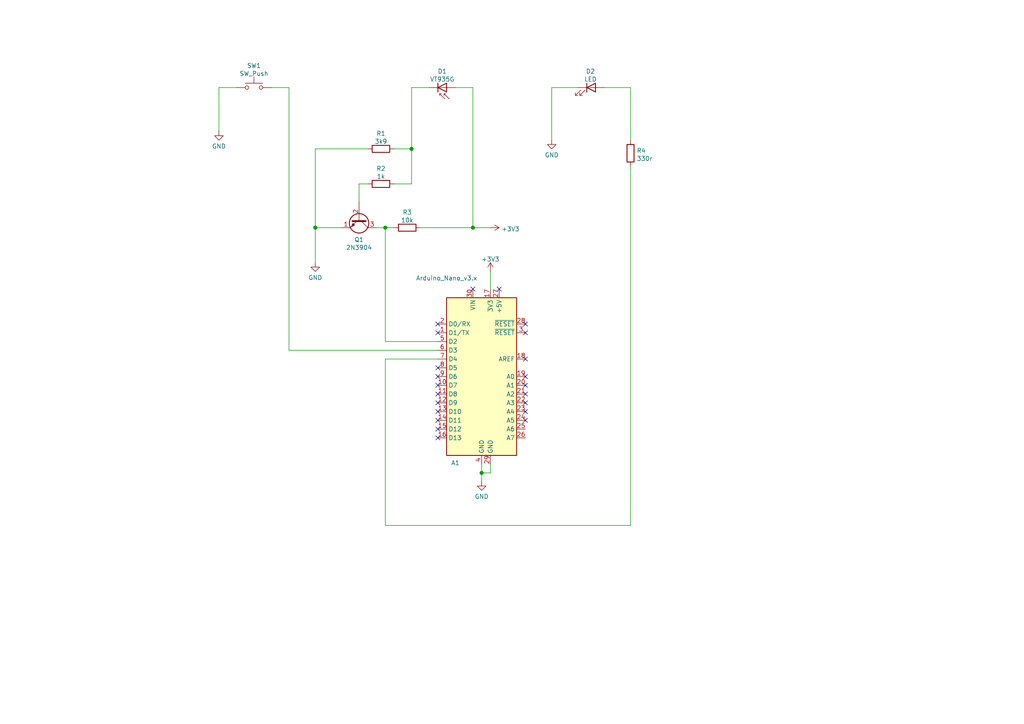
<source format=kicad_sch>
(kicad_sch (version 20210406) (generator eeschema)
  (paper "A4")
  (lib_symbols
    (symbol "Device:D_Photo" (pin_numbers hide) (pin_names hide)
      (property "Reference" "D" (at 0.508 1.778 0))
      (property "Value" "D_Photo" (at -1.016 -2.794 0))
      (symbol "D_Photo_0_1"
        (polyline (pts (xy -2.54 1.27) (xy -2.54 -1.27)) (stroke (width 0.254)))
        (polyline (pts (xy -2.032 1.778) (xy -1.524 1.778)))
        (polyline (pts (xy 0 0) (xy -2.54 0)))
        (polyline (pts (xy -0.508 3.302) (xy -2.032 1.778) (xy -2.032 2.286)))
        (polyline (pts (xy 0 -1.27) (xy 0 1.27) (xy -2.54 0) (xy 0 -1.27)) (stroke (width 0.254)))
        (polyline (pts (xy 0.762 3.302) (xy -0.762 1.778) (xy -0.762 2.286) (xy -0.762 1.778) (xy -0.254 1.778)))
      )
      (symbol "D_Photo_1_1"
        (pin passive line (at -5.08 0 0) (length 2.54) (name "K") (number "1"))
        (pin passive line (at 2.54 0 180) (length 2.54) (name "A") (number "2"))
      )
    )
    (symbol "Device:LED" (pin_numbers hide) (pin_names (offset 1.016) hide)
      (property "Reference" "D" (at 0 2.54 0))
      (property "Value" "LED" (at 0 -2.54 0))
      (symbol "LED_0_1"
        (polyline (pts (xy -1.27 -1.27) (xy -1.27 1.27)) (stroke (width 0.254)))
        (polyline (pts (xy -1.27 0) (xy 1.27 0)))
        (polyline (pts (xy 1.27 -1.27) (xy 1.27 1.27) (xy -1.27 0) (xy 1.27 -1.27)) (stroke (width 0.254)))
        (polyline (pts (xy -3.048 -0.762) (xy -4.572 -2.286) (xy -3.81 -2.286) (xy -4.572 -2.286) (xy -4.572 -1.524)))
        (polyline (pts (xy -1.778 -0.762) (xy -3.302 -2.286) (xy -2.54 -2.286) (xy -3.302 -2.286) (xy -3.302 -1.524)))
      )
      (symbol "LED_1_1"
        (pin passive line (at -3.81 0 0) (length 2.54) (name "K") (number "1"))
        (pin passive line (at 3.81 0 180) (length 2.54) (name "A") (number "2"))
      )
    )
    (symbol "Device:R" (pin_numbers hide) (pin_names (offset 0))
      (property "Reference" "R" (at 2.032 0 90))
      (property "Value" "R" (at 0 0 90))
      (symbol "R_0_1"
        (rectangle (start -1.016 -2.54) (end 1.016 2.54) (stroke (width 0.254)))
      )
      (symbol "R_1_1"
        (pin passive line (at 0 3.81 270) (length 1.27) (name "~") (number "1"))
        (pin passive line (at 0 -3.81 90) (length 1.27) (name "~") (number "2"))
      )
    )
    (symbol "MCU_Module:Arduino_Nano_v3.x"
      (property "Reference" "A" (at -10.16 23.495 0))
      (property "Value" "Arduino_Nano_v3.x" (at 5.08 -24.13 0))
      (symbol "Arduino_Nano_v3.x_0_1"
        (rectangle (start -10.16 22.86) (end 10.16 -22.86) (stroke (width 0.254)) (fill (type background)))
      )
      (symbol "Arduino_Nano_v3.x_1_1"
        (pin bidirectional line (at -12.7 12.7 0) (length 2.54) (name "D1/TX") (number "1"))
        (pin bidirectional line (at -12.7 -2.54 0) (length 2.54) (name "D7") (number "10"))
        (pin bidirectional line (at -12.7 -5.08 0) (length 2.54) (name "D8") (number "11"))
        (pin bidirectional line (at -12.7 -7.62 0) (length 2.54) (name "D9") (number "12"))
        (pin bidirectional line (at -12.7 -10.16 0) (length 2.54) (name "D10") (number "13"))
        (pin bidirectional line (at -12.7 -12.7 0) (length 2.54) (name "D11") (number "14"))
        (pin bidirectional line (at -12.7 -15.24 0) (length 2.54) (name "D12") (number "15"))
        (pin bidirectional line (at -12.7 -17.78 0) (length 2.54) (name "D13") (number "16"))
        (pin power_out line (at 2.54 25.4 270) (length 2.54) (name "3V3") (number "17"))
        (pin input line (at 12.7 5.08 180) (length 2.54) (name "AREF") (number "18"))
        (pin bidirectional line (at 12.7 0 180) (length 2.54) (name "A0") (number "19"))
        (pin bidirectional line (at -12.7 15.24 0) (length 2.54) (name "D0/RX") (number "2"))
        (pin bidirectional line (at 12.7 -2.54 180) (length 2.54) (name "A1") (number "20"))
        (pin bidirectional line (at 12.7 -5.08 180) (length 2.54) (name "A2") (number "21"))
        (pin bidirectional line (at 12.7 -7.62 180) (length 2.54) (name "A3") (number "22"))
        (pin bidirectional line (at 12.7 -10.16 180) (length 2.54) (name "A4") (number "23"))
        (pin bidirectional line (at 12.7 -12.7 180) (length 2.54) (name "A5") (number "24"))
        (pin bidirectional line (at 12.7 -15.24 180) (length 2.54) (name "A6") (number "25"))
        (pin bidirectional line (at 12.7 -17.78 180) (length 2.54) (name "A7") (number "26"))
        (pin power_out line (at 5.08 25.4 270) (length 2.54) (name "+5V") (number "27"))
        (pin input line (at 12.7 15.24 180) (length 2.54) (name "~RESET") (number "28"))
        (pin power_in line (at 2.54 -25.4 90) (length 2.54) (name "GND") (number "29"))
        (pin input line (at 12.7 12.7 180) (length 2.54) (name "~RESET") (number "3"))
        (pin power_in line (at -2.54 25.4 270) (length 2.54) (name "VIN") (number "30"))
        (pin power_in line (at 0 -25.4 90) (length 2.54) (name "GND") (number "4"))
        (pin bidirectional line (at -12.7 10.16 0) (length 2.54) (name "D2") (number "5"))
        (pin bidirectional line (at -12.7 7.62 0) (length 2.54) (name "D3") (number "6"))
        (pin bidirectional line (at -12.7 5.08 0) (length 2.54) (name "D4") (number "7"))
        (pin bidirectional line (at -12.7 2.54 0) (length 2.54) (name "D5") (number "8"))
        (pin bidirectional line (at -12.7 0 0) (length 2.54) (name "D6") (number "9"))
      )
    )
    (symbol "Switch:SW_Push" (pin_numbers hide) (pin_names (offset 1.016) hide)
      (property "Reference" "SW" (at 1.27 2.54 0))
      (property "Value" "SW_Push" (at 0 -1.524 0))
      (symbol "SW_Push_0_1"
        (circle (center -2.032 0) (radius 0.508))
        (circle (center 2.032 0) (radius 0.508))
        (polyline (pts (xy 0 1.27) (xy 0 3.048)))
        (polyline (pts (xy 2.54 1.27) (xy -2.54 1.27)))
        (pin passive line (at -5.08 0 0) (length 2.54) (name "1") (number "1"))
        (pin passive line (at 5.08 0 180) (length 2.54) (name "2") (number "2"))
      )
    )
    (symbol "Transistor_BJT:2N3904" (pin_names (offset 0) hide)
      (property "Reference" "Q" (at 5.08 1.905 0))
      (property "Value" "2N3904" (at 5.08 0 0))
      (symbol "2N3904_0_1"
        (circle (center 1.27 0) (radius 2.8194) (stroke (width 0.254)))
        (polyline (pts (xy 0.635 0.635) (xy 2.54 2.54)))
        (polyline (pts (xy 0.635 -0.635) (xy 2.54 -2.54) (xy 2.54 -2.54)))
        (polyline (pts (xy 0.635 1.905) (xy 0.635 -1.905) (xy 0.635 -1.905)) (stroke (width 0.508)))
        (polyline (pts (xy 1.27 -1.778) (xy 1.778 -1.27) (xy 2.286 -2.286) (xy 1.27 -1.778) (xy 1.27 -1.778)) (fill (type outline)))
      )
      (symbol "2N3904_1_1"
        (pin passive line (at 2.54 -5.08 90) (length 2.54) (name "E") (number "1"))
        (pin passive line (at -5.08 0 0) (length 5.715) (name "B") (number "2"))
        (pin passive line (at 2.54 5.08 270) (length 2.54) (name "C") (number "3"))
      )
    )
    (symbol "power:+3.3V" (power) (pin_names (offset 0))
      (property "Value" "+3.3V" (at 0 3.556 0))
      (symbol "+3.3V_0_1"
        (polyline (pts (xy -0.762 1.27) (xy 0 2.54)))
        (polyline (pts (xy 0 0) (xy 0 2.54)))
        (polyline (pts (xy 0 2.54) (xy 0.762 1.27)))
      )
      (symbol "+3.3V_1_1"
        (pin power_in line (at 0 0 90) (length 0) hide (name "+3V3") (number "1"))
      )
    )
    (symbol "power:GND" (power) (pin_names (offset 0))
      (property "Value" "GND" (at 0 -3.81 0))
      (symbol "GND_0_1"
        (polyline (pts (xy 0 0) (xy 0 -1.27) (xy 1.27 -1.27) (xy 0 -2.54) (xy -1.27 -1.27) (xy 0 -1.27)))
      )
      (symbol "GND_1_1"
        (pin power_in line (at 0 0 270) (length 0) hide (name "GND") (number "1"))
      )
    )
  )
  (junction (at 91.44 66.04) (diameter 1.016))
  (junction (at 111.76 66.04) (diameter 1.016))
  (junction (at 119.38 43.18) (diameter 1.016))
  (junction (at 137.16 66.04) (diameter 1.016))
  (junction (at 139.7 137.16) (diameter 1.016))
  (no_connect (at 127 93.98))
  (no_connect (at 127 96.52))
  (no_connect (at 127 106.68))
  (no_connect (at 127 109.22))
  (no_connect (at 127 111.76))
  (no_connect (at 127 114.3))
  (no_connect (at 127 116.84))
  (no_connect (at 127 119.38))
  (no_connect (at 127 121.92))
  (no_connect (at 127 124.46))
  (no_connect (at 127 127))
  (no_connect (at 137.16 83.82))
  (no_connect (at 144.78 83.82))
  (no_connect (at 152.4 93.98))
  (no_connect (at 152.4 96.52))
  (no_connect (at 152.4 104.14))
  (no_connect (at 152.4 109.22))
  (no_connect (at 152.4 111.76))
  (no_connect (at 152.4 114.3))
  (no_connect (at 152.4 116.84))
  (no_connect (at 152.4 119.38))
  (no_connect (at 152.4 121.92))
  (wire (pts (xy 63.5 25.4) (xy 63.5 38.1)))
  (wire (pts (xy 68.58 25.4) (xy 63.5 25.4)))
  (wire (pts (xy 78.74 25.4) (xy 83.82 25.4)))
  (wire (pts (xy 83.82 25.4) (xy 83.82 101.6)))
  (wire (pts (xy 83.82 101.6) (xy 127 101.6)))
  (wire (pts (xy 91.44 43.18) (xy 91.44 66.04)))
  (wire (pts (xy 91.44 43.18) (xy 106.68 43.18)))
  (wire (pts (xy 91.44 66.04) (xy 91.44 76.2)))
  (wire (pts (xy 99.06 66.04) (xy 91.44 66.04)))
  (wire (pts (xy 104.14 53.34) (xy 106.68 53.34)))
  (wire (pts (xy 104.14 58.42) (xy 104.14 53.34)))
  (wire (pts (xy 109.22 66.04) (xy 111.76 66.04)))
  (wire (pts (xy 111.76 66.04) (xy 114.3 66.04)))
  (wire (pts (xy 111.76 99.06) (xy 111.76 66.04)))
  (wire (pts (xy 111.76 104.14) (xy 127 104.14)))
  (wire (pts (xy 111.76 152.4) (xy 111.76 104.14)))
  (wire (pts (xy 114.3 43.18) (xy 119.38 43.18)))
  (wire (pts (xy 114.3 53.34) (xy 119.38 53.34)))
  (wire (pts (xy 119.38 25.4) (xy 119.38 43.18)))
  (wire (pts (xy 119.38 53.34) (xy 119.38 43.18)))
  (wire (pts (xy 124.46 25.4) (xy 119.38 25.4)))
  (wire (pts (xy 127 99.06) (xy 111.76 99.06)))
  (wire (pts (xy 132.08 25.4) (xy 137.16 25.4)))
  (wire (pts (xy 137.16 25.4) (xy 137.16 66.04)))
  (wire (pts (xy 137.16 66.04) (xy 121.92 66.04)))
  (wire (pts (xy 137.16 66.04) (xy 142.24 66.04)))
  (wire (pts (xy 139.7 134.62) (xy 139.7 137.16)))
  (wire (pts (xy 139.7 137.16) (xy 139.7 139.7)))
  (wire (pts (xy 139.7 137.16) (xy 142.24 137.16)))
  (wire (pts (xy 142.24 78.74) (xy 142.24 83.82)))
  (wire (pts (xy 142.24 137.16) (xy 142.24 134.62)))
  (wire (pts (xy 160.02 25.4) (xy 160.02 40.64)))
  (wire (pts (xy 167.64 25.4) (xy 160.02 25.4)))
  (wire (pts (xy 175.26 25.4) (xy 182.88 25.4)))
  (wire (pts (xy 182.88 25.4) (xy 182.88 40.64)))
  (wire (pts (xy 182.88 48.26) (xy 182.88 152.4)))
  (wire (pts (xy 182.88 152.4) (xy 111.76 152.4)))
  (symbol (lib_id "power:+3.3V") (at 142.24 66.04 270) (unit 1)
    (property "Reference" "#PWR04" (effects hide))
    (property "Value" "+3.3V" (at 145.4151 66.4285 90) (effects (justify left)))
  )
  (symbol (lib_id "power:+3.3V") (at 142.24 78.74 0) (unit 1)
    (property "Reference" "#PWR05" (effects hide))
    (property "Value" "+3.3V" (at 142.24 75.1926 0))
  )
  (symbol (lib_id "power:GND") (at 63.5 38.1 0) (unit 1)
    (property "Reference" "#PWR01" (effects hide))
    (property "Value" "GND" (at 63.5 42.4244 0))
  )
  (symbol (lib_id "power:GND") (at 91.44 76.2 0) (unit 1)
    (property "Reference" "#PWR02" (effects hide))
    (property "Value" "GND" (at 91.44 80.5244 0))
  )
  (symbol (lib_id "power:GND") (at 139.7 139.7 0) (unit 1)
    (property "Reference" "#PWR03" (effects hide))
    (property "Value" "GND" (at 139.7 144.0244 0))
  )
  (symbol (lib_id "power:GND") (at 160.02 40.64 0) (unit 1)
    (property "Reference" "#PWR06" (effects hide))
    (property "Value" "GND" (at 160.02 44.9644 0))
  )
  (symbol (lib_id "Device:R") (at 110.49 43.18 90) (unit 1)
    (property "Reference" "R1" (at 110.49 38.7308 90))
    (property "Value" "3k9" (at 110.49 41.0295 90))
  )
  (symbol (lib_id "Device:R") (at 110.49 53.34 90) (unit 1)
    (property "Reference" "R2" (at 110.49 48.8908 90))
    (property "Value" "1k" (at 110.49 51.1895 90))
  )
  (symbol (lib_id "Device:R") (at 118.11 66.04 90) (unit 1)
    (property "Reference" "R3" (at 118.11 61.5908 90))
    (property "Value" "10k" (at 118.11 63.8895 90))
  )
  (symbol (lib_id "Device:R") (at 182.88 44.45 180) (unit 1)
    (property "Reference" "R4" (at 184.6581 43.6891 0) (effects (justify right)))
    (property "Value" "330r" (at 184.6581 45.9878 0) (effects (justify right)))
  )
  (symbol (lib_id "Device:LED") (at 171.45 25.4 0) (unit 1)
    (property "Reference" "D2" (at 171.2595 20.6968 0))
    (property "Value" "LED" (at 171.2595 22.9955 0))
  )
  (symbol (lib_id "Switch:SW_Push") (at 73.66 25.4 0) (unit 1)
    (property "Reference" "SW1" (at 73.66 19.0458 0))
    (property "Value" "SW_Push" (at 73.66 21.3445 0))
  )
  (symbol (lib_id "Device:D_Photo") (at 129.54 25.4 0) (mirror x) (unit 1)
    (property "Reference" "D1" (at 128.27 20.6968 0))
    (property "Value" "VT935G" (at 128.27 22.9955 0))
  )
  (symbol (lib_id "Transistor_BJT:2N3904") (at 104.14 63.5 270) (unit 1)
    (property "Reference" "Q1" (at 104.14 69.5008 90))
    (property "Value" "2N3904" (at 104.14 71.7995 90))
    (property "Footprint" "Package_TO_SOT_THT:TO-92_Inline" (effects hide))
    (property "Datasheet" "https://www.onsemi.com/pub/Collateral/2N3903-D.PDF" (effects hide))
  )
  (symbol (lib_id "MCU_Module:Arduino_Nano_v3.x") (at 139.7 109.22 0) (unit 1)
    (property "Reference" "A1" (at 132.08 134.2454 0))
    (property "Value" "Arduino_Nano_v3.x" (at 129.54 80.6641 0))
    (property "Footprint" "Module:Arduino_Nano" (effects hide))
    (property "Datasheet" "http://www.mouser.com/pdfdocs/Gravitech_Arduino_Nano3_0.pdf" (effects hide))
  )
)
</source>
